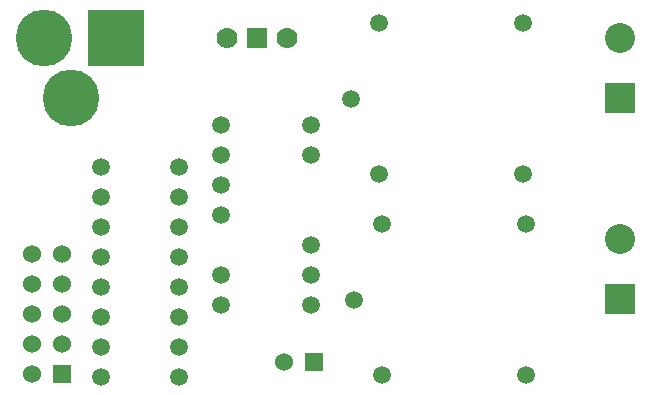
<source format=gbs>
G04 (created by PCBNEW (2013-may-18)-stable) date lun 04 jui 2016 15:07:43 CEST*
%MOIN*%
G04 Gerber Fmt 3.4, Leading zero omitted, Abs format*
%FSLAX34Y34*%
G01*
G70*
G90*
G04 APERTURE LIST*
%ADD10C,0.00590551*%
%ADD11C,0.0590551*%
%ADD12R,0.1X0.1*%
%ADD13C,0.1*%
%ADD14R,0.06X0.06*%
%ADD15C,0.06*%
%ADD16C,0.07*%
%ADD17R,0.07X0.07*%
%ADD18C,0.189*%
%ADD19R,0.189X0.189*%
G04 APERTURE END LIST*
G54D10*
G54D11*
X16700Y-19700D03*
X16700Y-20700D03*
X16700Y-21700D03*
X16700Y-22700D03*
X16700Y-23700D03*
X16700Y-25700D03*
X16700Y-26700D03*
X19300Y-26700D03*
X19300Y-25700D03*
X19300Y-24700D03*
X19300Y-23700D03*
X19300Y-22700D03*
X19300Y-21700D03*
X19300Y-20700D03*
X19300Y-19700D03*
X16700Y-24700D03*
G54D12*
X34000Y-24100D03*
G54D13*
X34000Y-22100D03*
G54D14*
X15400Y-26600D03*
G54D15*
X14400Y-26600D03*
X15400Y-25600D03*
X14400Y-25600D03*
X15400Y-24600D03*
X14400Y-24600D03*
X15400Y-23600D03*
X14400Y-23600D03*
X15400Y-22600D03*
X14400Y-22600D03*
G54D12*
X34000Y-17400D03*
G54D13*
X34000Y-15400D03*
G54D11*
X23700Y-19300D03*
X23700Y-18300D03*
X23700Y-22300D03*
X23700Y-23300D03*
X23700Y-24300D03*
X20700Y-24300D03*
X20700Y-23300D03*
X20700Y-21300D03*
X20700Y-20300D03*
X20700Y-19300D03*
X20700Y-18300D03*
G54D14*
X23800Y-26200D03*
G54D15*
X22800Y-26200D03*
G54D16*
X20900Y-15400D03*
G54D17*
X21900Y-15400D03*
G54D16*
X22900Y-15400D03*
G54D18*
X14800Y-15400D03*
G54D19*
X17200Y-15400D03*
G54D18*
X15700Y-17400D03*
G54D11*
X25052Y-17448D03*
X30761Y-19948D03*
X25958Y-19948D03*
X25958Y-14909D03*
X30761Y-14909D03*
X25152Y-24148D03*
X30861Y-26648D03*
X26058Y-26648D03*
X26058Y-21609D03*
X30861Y-21609D03*
M02*

</source>
